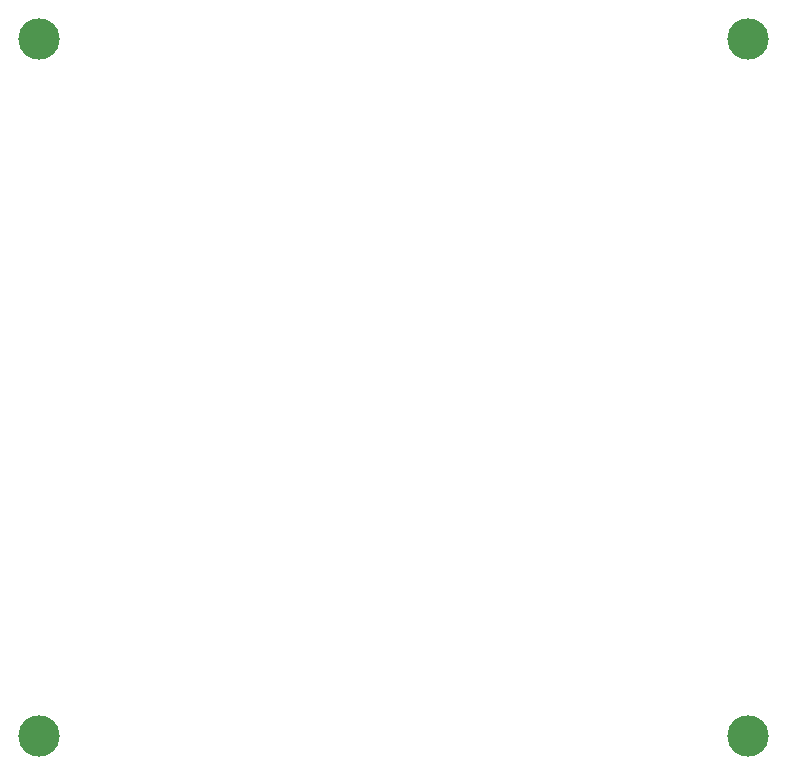
<source format=gbr>
%TF.GenerationSoftware,Novarm,DipTrace,3.3.1.3*%
%TF.CreationDate,2020-07-03T15:38:07+00:00*%
%FSLAX35Y35*%
%MOMM*%
%TF.FileFunction,NonPlated,1,2,NPTH,Drill*%
%TF.Part,Single*%
%TA.AperFunction,MechanicalDrill*%
%ADD40C,3.5*%
G75*
G01*
D40*
X650000Y650000D3*
Y6550000D3*
X6650000Y650000D3*
Y6550000D3*
M02*

</source>
